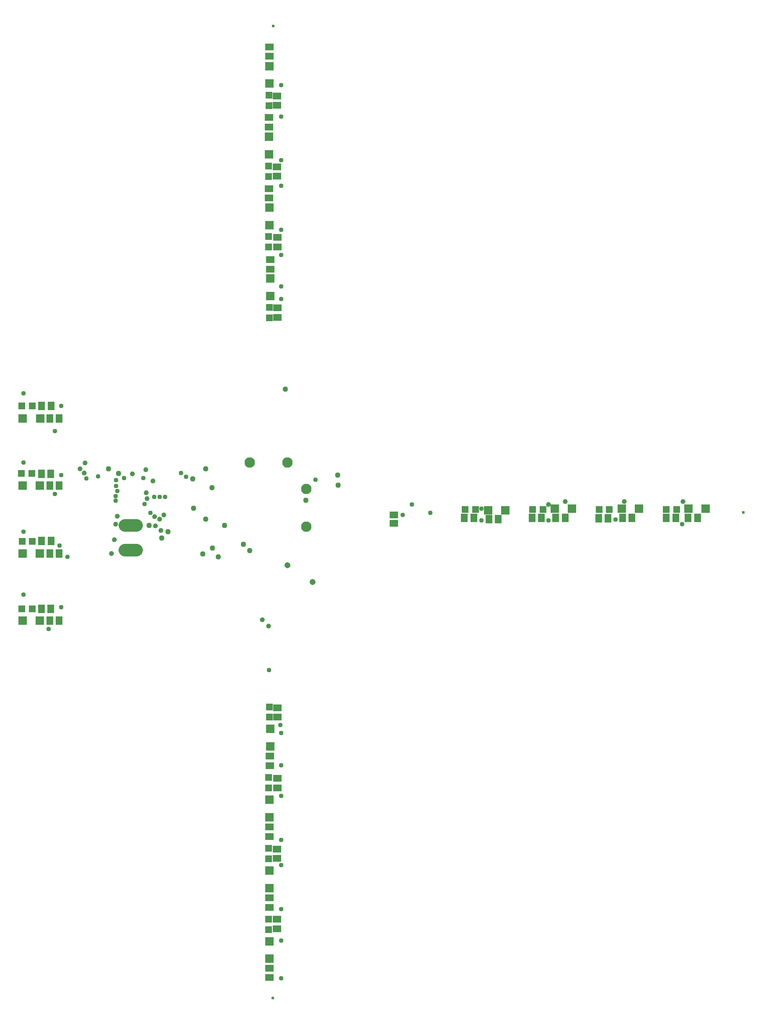
<source format=gbs>
G75*
%MOIN*%
%OFA0B0*%
%FSLAX25Y25*%
%IPPOS*%
%LPD*%
%AMOC8*
5,1,8,0,0,1.08239X$1,22.5*
%
%ADD10C,0.02372*%
%ADD11C,0.08277*%
%ADD12C,0.05600*%
%ADD13R,0.06506X0.05718*%
%ADD14R,0.05324X0.05324*%
%ADD15R,0.06506X0.06506*%
%ADD16R,0.05718X0.06899*%
%ADD17R,0.06899X0.05718*%
%ADD18C,0.09970*%
%ADD19C,0.03772*%
%ADD20C,0.04362*%
%ADD21C,0.03969*%
%ADD22C,0.04756*%
D10*
X0289425Y0030449D03*
X0663835Y0416669D03*
X0289819Y0803283D03*
D11*
X0301315Y0456315D03*
X0316315Y0435134D03*
X0316315Y0405134D03*
X0271315Y0456315D03*
D12*
X0271315Y0456315D03*
X0301315Y0456315D03*
X0316315Y0435134D03*
X0316315Y0405134D03*
D13*
X0385921Y0407772D03*
X0385921Y0414465D03*
D14*
X0442575Y0418913D03*
X0450843Y0418913D03*
X0496236Y0418913D03*
X0504504Y0418913D03*
X0549071Y0418756D03*
X0557339Y0418756D03*
X0602535Y0419031D03*
X0610803Y0419031D03*
X0286866Y0571315D03*
X0286866Y0579583D03*
X0286079Y0627496D03*
X0286079Y0635764D03*
X0286079Y0683677D03*
X0286079Y0691945D03*
X0286394Y0739898D03*
X0286394Y0748165D03*
X0098047Y0501079D03*
X0089780Y0501079D03*
X0089661Y0447417D03*
X0097929Y0447417D03*
X0098323Y0393598D03*
X0090055Y0393598D03*
X0089819Y0339937D03*
X0098087Y0339937D03*
X0286157Y0205843D03*
X0286157Y0197575D03*
X0286157Y0149425D03*
X0286157Y0141157D03*
X0286157Y0093283D03*
X0286157Y0085016D03*
X0286945Y0253717D03*
X0286945Y0261984D03*
D15*
X0287457Y0244425D03*
X0287457Y0230646D03*
X0286787Y0188126D03*
X0286787Y0174346D03*
X0286906Y0131827D03*
X0286906Y0118047D03*
X0286748Y0075528D03*
X0286748Y0061748D03*
X0104268Y0330528D03*
X0090488Y0330528D03*
X0090488Y0383953D03*
X0104268Y0383953D03*
X0104268Y0437772D03*
X0090488Y0437772D03*
X0090606Y0491315D03*
X0104386Y0491315D03*
X0287535Y0588677D03*
X0287535Y0602457D03*
X0286866Y0644976D03*
X0286866Y0658756D03*
X0286709Y0701276D03*
X0286709Y0715055D03*
X0286827Y0757575D03*
X0286827Y0771354D03*
X0460862Y0418165D03*
X0474642Y0418165D03*
X0513913Y0419465D03*
X0527693Y0419465D03*
X0567063Y0419465D03*
X0580843Y0419465D03*
X0620094Y0419465D03*
X0633874Y0419465D03*
D16*
X0627417Y0412063D03*
X0619937Y0412063D03*
X0610173Y0412181D03*
X0602693Y0412181D03*
X0575331Y0412063D03*
X0567850Y0412063D03*
X0556236Y0411827D03*
X0548756Y0411827D03*
X0522181Y0412063D03*
X0514701Y0412063D03*
X0503283Y0412181D03*
X0495803Y0412181D03*
X0468913Y0411276D03*
X0461433Y0411276D03*
X0449425Y0412102D03*
X0441945Y0412102D03*
X0119543Y0437772D03*
X0112063Y0437772D03*
X0112969Y0447378D03*
X0105488Y0447378D03*
X0112181Y0491315D03*
X0119661Y0491315D03*
X0113087Y0501197D03*
X0105606Y0501197D03*
X0105606Y0393835D03*
X0113087Y0393835D03*
X0112063Y0383953D03*
X0119543Y0383953D03*
X0112969Y0340016D03*
X0105488Y0340016D03*
X0112063Y0330528D03*
X0119543Y0330528D03*
D17*
X0293323Y0261276D03*
X0293323Y0253795D03*
X0287142Y0222772D03*
X0287142Y0215291D03*
X0293323Y0205134D03*
X0293323Y0197654D03*
X0286866Y0166472D03*
X0286866Y0158992D03*
X0292929Y0148992D03*
X0292929Y0141512D03*
X0286984Y0110173D03*
X0286984Y0102693D03*
X0292929Y0093087D03*
X0292929Y0085606D03*
X0286827Y0054268D03*
X0286827Y0046787D03*
X0293087Y0571630D03*
X0293087Y0579110D03*
X0287575Y0609937D03*
X0287575Y0617417D03*
X0293165Y0627575D03*
X0293165Y0635055D03*
X0286591Y0666551D03*
X0286591Y0674031D03*
X0293008Y0683874D03*
X0293008Y0691354D03*
X0286630Y0722929D03*
X0286630Y0730409D03*
X0293008Y0740213D03*
X0293008Y0747693D03*
X0286748Y0779228D03*
X0286748Y0786709D03*
D18*
X0181197Y0406157D02*
X0171827Y0406157D01*
X0171827Y0386472D02*
X0181197Y0386472D01*
D19*
X0111315Y0323953D03*
X0121315Y0341315D03*
X0091315Y0351315D03*
X0119976Y0390370D03*
X0126315Y0381315D03*
X0091315Y0401315D03*
X0116315Y0431315D03*
X0121315Y0446315D03*
X0141315Y0443559D03*
X0150579Y0445101D03*
X0165016Y0442142D03*
X0165016Y0437535D03*
X0165803Y0433402D03*
X0164622Y0429661D03*
X0164622Y0425724D03*
X0171315Y0443835D03*
X0186669Y0443835D03*
X0195331Y0428874D03*
X0199661Y0428874D03*
X0203815Y0428815D03*
X0192102Y0416315D03*
X0187457Y0423362D03*
X0216472Y0447890D03*
X0220528Y0445016D03*
X0323677Y0442654D03*
X0392969Y0414701D03*
X0400055Y0422969D03*
X0414858Y0416315D03*
X0455567Y0419425D03*
X0455409Y0410055D03*
X0508953Y0410055D03*
X0562102Y0410843D03*
X0615173Y0407299D03*
X0295528Y0247496D03*
X0296315Y0241315D03*
X0296354Y0215567D03*
X0296315Y0191315D03*
X0296315Y0156315D03*
X0296315Y0136315D03*
X0296315Y0101315D03*
X0296315Y0076315D03*
X0296315Y0046315D03*
X0286709Y0291315D03*
X0116315Y0481315D03*
X0121315Y0501315D03*
X0091315Y0511315D03*
X0091315Y0456315D03*
X0296315Y0586315D03*
X0296315Y0596315D03*
X0296315Y0621315D03*
X0296315Y0641315D03*
X0296315Y0676315D03*
X0296315Y0696709D03*
X0296315Y0731315D03*
X0296315Y0756315D03*
D20*
X0299543Y0514543D03*
X0341315Y0446315D03*
X0341709Y0438362D03*
X0315882Y0426079D03*
X0271315Y0386315D03*
X0266315Y0391315D03*
X0251315Y0406315D03*
X0236315Y0411315D03*
X0226709Y0420016D03*
X0241315Y0436315D03*
X0236315Y0451315D03*
X0225882Y0443126D03*
X0206315Y0401315D03*
X0201315Y0396315D03*
X0191315Y0406315D03*
X0166738Y0447705D03*
X0158915Y0451315D03*
X0233913Y0383598D03*
X0241394Y0388323D03*
X0246315Y0381315D03*
D21*
X0281315Y0331315D03*
X0286315Y0326315D03*
X0200429Y0402142D03*
X0196197Y0405921D03*
X0199681Y0411217D03*
X0195449Y0413087D03*
X0202811Y0414701D03*
X0189425Y0427693D03*
X0188717Y0432063D03*
X0194346Y0441709D03*
X0188638Y0450528D03*
X0178008Y0447378D03*
X0165961Y0413677D03*
X0164543Y0407142D03*
X0163441Y0395016D03*
X0161079Y0383992D03*
X0139661Y0447850D03*
X0136315Y0451315D03*
X0140055Y0455724D03*
X0508717Y0422969D03*
X0522339Y0425094D03*
X0569346Y0425252D03*
X0615921Y0425331D03*
D22*
X0321315Y0361315D03*
X0301315Y0374425D03*
M02*

</source>
